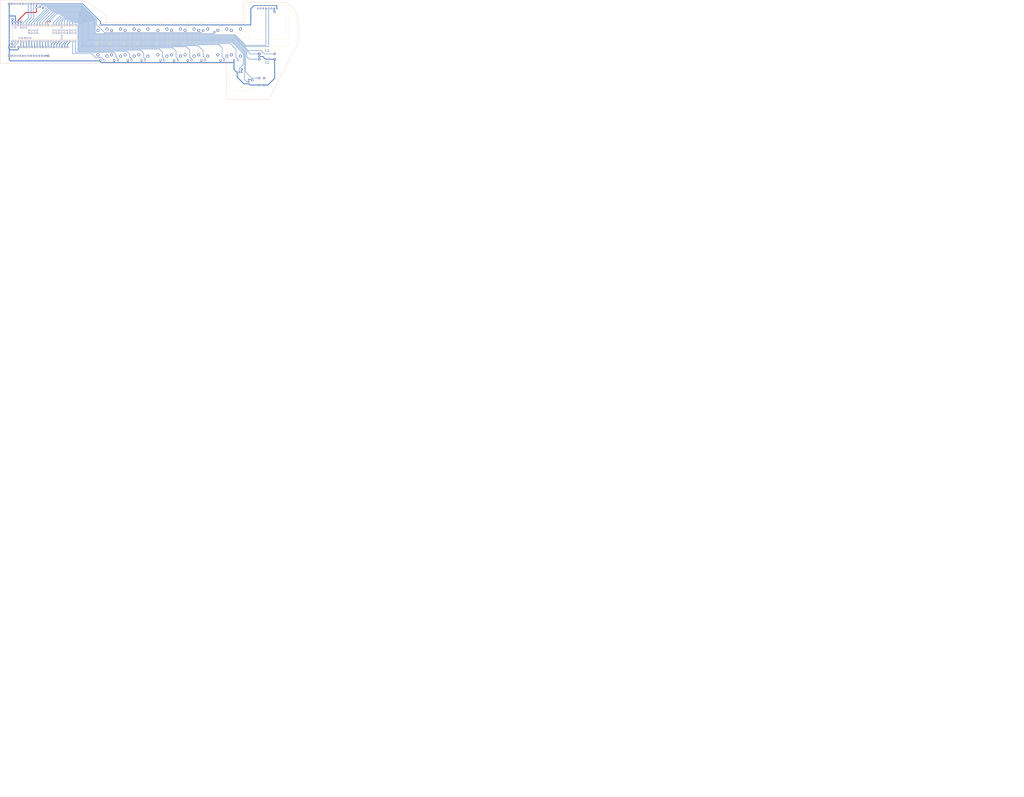
<source format=kicad_pcb>
(kicad_pcb (version 20171130) (host pcbnew "(5.0.2)-1")
  (layers (0 F.Cu signal) (31 B.Cu signal) (34 B.Paste user hide) (35 F.Paste user hide) (36 B.SilkS user) (37 F.SilkS user) (38 B.Mask user hide) (39 F.Mask user hide) (44 Edge.Cuts user hide))
  (net 0 "")
  (module joystick (layer F.Cu) (at 239.5728 93.0402)
    (fp_text reference REF** (at 0 0.5) (layer F.SilkS))
    (fp_text value joystick)
    (pad 1 thru_hole circle (at 0 -8.75) (size 1.524 1.524) (drill 0.762) (layers *.Cu *.Mask))
    (pad 2 thru_hole circle (at -2 -8.75) (size 1.524 1.524) (drill 0.762) (layers *.Cu *.Mask))
    (pad 3 thru_hole circle (at 2 -8.75) (size 1.524 1.524) (drill 0.762) (layers *.Cu *.Mask))
    (pad 4 thru_hole circle (at 8.75 0) (size 1.524 1.524) (drill 0.762) (layers *.Cu *.Mask))
    (pad 5 thru_hole circle (at 8.75 -2) (size 1.524 1.524) (drill 0.762) (layers *.Cu *.Mask))
    (pad 6 thru_hole circle (at 8.75 2) (size 1.524 1.524) (drill 0.762) (layers *.Cu *.Mask))
  )
  (module Rotary_Encoder:RotaryEncoder_Alps_EC11E-Switch_Vertical_H20mm (layer F.Cu) (at 258.1148 67.1322)
    (fp_text reference REF** (at 2.8 -4.7) (layer F.SilkS))
    (fp_text value RotaryEncoder_Alps_EC11E-Switch_Vertical_H20mm)
    (pad S1 thru_hole circle (at 14.5 5) (size 2 2) (drill 1) (layers *.Cu *.Mask))
    (pad S2 thru_hole circle (at 14.5 0) (size 2 2) (drill 1) (layers *.Cu *.Mask))
    (pad MP thru_hole rect (at 7.5 8.1) (size 3.2 2) (drill oval 2.8 1.5) (layers *.Cu *.Mask))
    (pad MP thru_hole rect (at 7.5 -3.1) (size 3.2 2) (drill oval 2.8 1.5) (layers *.Cu *.Mask))
    (pad B thru_hole circle (at 0 5) (size 2 2) (drill 1) (layers *.Cu *.Mask))
    (pad C thru_hole circle (at 0 2.5) (size 2 2) (drill 1) (layers *.Cu *.Mask))
    (pad A thru_hole rect (at 0 0) (size 2 2) (drill 1) (layers *.Cu *.Mask))
  )
  (module Connector_PinHeader_2.54mm:PinHeader_1x11_P2.54mm_Vertical (layer F.Cu) (at 24.9428 20.3962 90)
    (fp_text reference REF** (at 0 -2.33 90) (layer F.SilkS))
    (fp_text value PinHeader_1x11_P2.54mm_Vertical)
    (pad GND thru_hole rect (at 0 0 90) (size 1.7 1.7) (drill 1) (layers *.Cu *.Mask))
    (pad SW1 thru_hole oval (at 0 2.54 90) (size 1.7 1.7) (drill 1) (layers *.Cu *.Mask))
    (pad SW2 thru_hole oval (at 0 5.08 90) (size 1.7 1.7) (drill 1) (layers *.Cu *.Mask))
    (pad SW3 thru_hole oval (at 0 7.62 90) (size 1.7 1.7) (drill 1) (layers *.Cu *.Mask))
    (pad SW4 thru_hole oval (at 0 10.16 90) (size 1.7 1.7) (drill 1) (layers *.Cu *.Mask))
    (pad SW5 thru_hole oval (at 0 12.7 90) (size 1.7 1.7) (drill 1) (layers *.Cu *.Mask))
    (pad SW6 thru_hole oval (at 0 15.24 90) (size 1.7 1.7) (drill 1) (layers *.Cu *.Mask))
    (pad RS1 thru_hole oval (at 0 17.78 90) (size 1.7 1.7) (drill 1) (layers *.Cu *.Mask))
    (pad RS2 thru_hole oval (at 0 20.32 90) (size 1.7 1.7) (drill 1) (layers *.Cu *.Mask))
    (pad RS3 thru_hole oval (at 0 22.86 90) (size 1.7 1.7) (drill 1) (layers *.Cu *.Mask))
    (pad VDD thru_hole oval (at 0 25.4 90) (size 1.7 1.7) (drill 1) (layers *.Cu *.Mask))
  )
  (module Connector_PinHeader_2.54mm:PinHeader_1x14_P2.54mm_Vertical (layer F.Cu) (at 24.9428 68.9102 90)
    (fp_text reference REF** (at 0 -2.33 90) (layer F.SilkS))
    (fp_text value PinHeader_1x14_P2.54mm_Vertical)
    (pad GND thru_hole rect (at 0 0 90) (size 1.7 1.7) (drill 1) (layers *.Cu *.Mask))
    (pad P7 thru_hole oval (at 0 2.54 90) (size 1.7 1.7) (drill 1) (layers *.Cu *.Mask))
    (pad P6 thru_hole oval (at 0 5.08 90) (size 1.7 1.7) (drill 1) (layers *.Cu *.Mask))
    (pad P5 thru_hole oval (at 0 7.62 90) (size 1.7 1.7) (drill 1) (layers *.Cu *.Mask))
    (pad P4 thru_hole oval (at 0 10.16 90) (size 1.7 1.7) (drill 1) (layers *.Cu *.Mask))
    (pad P3 thru_hole oval (at 0 12.7 90) (size 1.7 1.7) (drill 1) (layers *.Cu *.Mask))
    (pad P2 thru_hole oval (at 0 15.24 90) (size 1.7 1.7) (drill 1) (layers *.Cu *.Mask))
    (pad P1 thru_hole oval (at 0 17.78 90) (size 1.7 1.7) (drill 1) (layers *.Cu *.Mask))
    (pad SW2 thru_hole oval (at 0 20.32 90) (size 1.7 1.7) (drill 1) (layers *.Cu *.Mask))
    (pad SW1 thru_hole oval (at 0 22.86 90) (size 1.7 1.7) (drill 1) (layers *.Cu *.Mask))
    (pad B thru_hole oval (at 0 25.4 90) (size 1.7 1.7) (drill 1) (layers *.Cu *.Mask))
    (pad A thru_hole oval (at 0 27.94 90) (size 1.7 1.7) (drill 1) (layers *.Cu *.Mask))
    (pad S thru_hole oval (at 0 30.48 90) (size 1.7 1.7) (drill 1) (layers *.Cu *.Mask))
    (pad VDD thru_hole oval (at 0 33.02 90) (size 1.7 1.7) (drill 1) (layers *.Cu *.Mask))
  )
  (module Connector_PinHeader_2.54mm:PinHeader_1x19_P2.54mm_Vertical (layer F.Cu) (at 33.5788 60.7822 90)
    (fp_text reference REF** (at 0 -2.33 90) (layer F.SilkS))
    (fp_text value PinHeader_1x19_P2.54mm_Vertical)
    (pad gnd thru_hole rect (at 0 0 90) (size 1.7 1.7) (drill 1) (layers *.Cu *.Mask))
    (pad B6 thru_hole oval (at 0 2.54 90) (size 1.7 1.7) (drill 1) (layers *.Cu *.Mask))
    (pad A6 thru_hole oval (at 0 5.08 90) (size 1.7 1.7) (drill 1) (layers *.Cu *.Mask))
    (pad S6 thru_hole oval (at 0 7.62 90) (size 1.7 1.7) (drill 1) (layers *.Cu *.Mask))
    (pad B5 thru_hole oval (at 0 10.16 90) (size 1.7 1.7) (drill 1) (layers *.Cu *.Mask))
    (pad A5 thru_hole oval (at 0 12.7 90) (size 1.7 1.7) (drill 1) (layers *.Cu *.Mask))
    (pad S5 thru_hole oval (at 0 15.24 90) (size 1.7 1.7) (drill 1) (layers *.Cu *.Mask))
    (pad B4 thru_hole oval (at 0 17.78 90) (size 1.7 1.7) (drill 1) (layers *.Cu *.Mask))
    (pad A4 thru_hole oval (at 0 20.32 90) (size 1.7 1.7) (drill 1) (layers *.Cu *.Mask))
    (pad S4 thru_hole oval (at 0 22.86 90) (size 1.7 1.7) (drill 1) (layers *.Cu *.Mask))
    (pad B3 thru_hole oval (at 0 25.4 90) (size 1.7 1.7) (drill 1) (layers *.Cu *.Mask))
    (pad A3 thru_hole oval (at 0 27.94 90) (size 1.7 1.7) (drill 1) (layers *.Cu *.Mask))
    (pad S3 thru_hole oval (at 0 30.48 90) (size 1.7 1.7) (drill 1) (layers *.Cu *.Mask))
    (pad B2 thru_hole oval (at 0 33.02 90) (size 1.7 1.7) (drill 1) (layers *.Cu *.Mask))
    (pad A2 thru_hole oval (at 0 35.56 90) (size 1.7 1.7) (drill 1) (layers *.Cu *.Mask))
    (pad S2 thru_hole oval (at 0 38.1 90) (size 1.7 1.7) (drill 1) (layers *.Cu *.Mask))
    (pad B1 thru_hole oval (at 0 40.64 90) (size 1.7 1.7) (drill 1) (layers *.Cu *.Mask))
    (pad A1 thru_hole oval (at 0 43.18 90) (size 1.7 1.7) (drill 1) (layers *.Cu *.Mask))
    (pad S1 thru_hole oval (at 0 45.72 90) (size 1.7 1.7) (drill 1) (layers *.Cu *.Mask))
  )
  (module display (layer F.Cu) (at 265.6078 40.7162 180)
    (fp_text reference REF** (at 0 0.5 180) (layer F.SilkS))
    (fp_text value display)
    (pad 1 thru_hole circle (at -8.89 16.002 180) (size 1.524 1.524) (drill 0.762) (layers *.Cu *.Mask))
    (pad 2 thru_hole circle (at -6.35 16.002 180) (size 1.524 1.524) (drill 0.762) (layers *.Cu *.Mask))
    (pad 3 thru_hole circle (at -3.81 16.002 180) (size 1.524 1.524) (drill 0.762) (layers *.Cu *.Mask))
    (pad 4 thru_hole circle (at -1.27 16.002 180) (size 1.524 1.524) (drill 0.762) (layers *.Cu *.Mask))
    (pad 5 thru_hole circle (at 1.27 16.002 180) (size 1.524 1.524) (drill 0.762) (layers *.Cu *.Mask))
    (pad 6 thru_hole circle (at 3.81 16.002 180) (size 1.524 1.524) (drill 0.762) (layers *.Cu *.Mask))
    (pad 7 thru_hole circle (at 6.35 16.002 180) (size 1.524 1.524) (drill 0.762) (layers *.Cu *.Mask))
    (pad 8 thru_hole circle (at 8.89 16.002 180) (size 1.524 1.524) (drill 0.762) (layers *.Cu *.Mask))
  )
  (module Potentiometer_THT:Potentiometer_Bourns_PTA2043_Single_Slide (layer F.Cu) (at 234.576817 73.097457 90)
    (fp_text reference REF** (at 16.5 -4 90) (layer F.SilkS))
    (fp_text value Potentiometer_Bourns_PTA2043_Single_Slide)
    (pad MP thru_hole circle (at 29.1 5.95 90) (size 2.7 2.7) (drill 1.7) (layers *.Cu *.Mask))
    (pad MP thru_hole circle (at 3.9 5.95 90) (size 2.7 2.7) (drill 1.7) (layers *.Cu *.Mask))
    (pad MP thru_hole circle (at 27.9 -2.45 90) (size 2.7 2.7) (drill 1.7) (layers *.Cu *.Mask))
    (pad MP thru_hole circle (at 5.1 -2.45 90) (size 2.7 2.7) (drill 1.7) (layers *.Cu *.Mask))
    (pad 3 thru_hole circle (at 33 0 90) (size 1.75 1.75) (drill 1.2) (layers *.Cu *.Mask))
    (pad 2 thru_hole circle (at 0 3.5 90) (size 1.75 1.75) (drill 1.2) (layers *.Cu *.Mask))
    (pad 1 thru_hole rect (at 0 0 90) (size 1.75 1.75) (drill 1.2) (layers *.Cu *.Mask))
  )
  (module Potentiometer_THT:Potentiometer_Bourns_PTA2043_Single_Slide (layer F.Cu) (at 191.396817 73.097457 90)
    (fp_text reference REF** (at 16.5 -4 90) (layer F.SilkS))
    (fp_text value Potentiometer_Bourns_PTA2043_Single_Slide)
    (pad MP thru_hole circle (at 29.1 5.95 90) (size 2.7 2.7) (drill 1.7) (layers *.Cu *.Mask))
    (pad MP thru_hole circle (at 3.9 5.95 90) (size 2.7 2.7) (drill 1.7) (layers *.Cu *.Mask))
    (pad MP thru_hole circle (at 27.9 -2.45 90) (size 2.7 2.7) (drill 1.7) (layers *.Cu *.Mask))
    (pad MP thru_hole circle (at 5.1 -2.45 90) (size 2.7 2.7) (drill 1.7) (layers *.Cu *.Mask))
    (pad 3 thru_hole circle (at 33 0 90) (size 1.75 1.75) (drill 1.2) (layers *.Cu *.Mask))
    (pad 2 thru_hole circle (at 0 3.5 90) (size 1.75 1.75) (drill 1.2) (layers *.Cu *.Mask))
    (pad 1 thru_hole rect (at 0 0 90) (size 1.75 1.75) (drill 1.2) (layers *.Cu *.Mask))
  )
  (module Potentiometer_THT:Potentiometer_Bourns_PTA2043_Single_Slide (layer F.Cu) (at 148.216817 73.097457 90)
    (fp_text reference REF** (at 16.5 -4 90) (layer F.SilkS))
    (fp_text value Potentiometer_Bourns_PTA2043_Single_Slide)
    (pad MP thru_hole circle (at 29.1 5.95 90) (size 2.7 2.7) (drill 1.7) (layers *.Cu *.Mask))
    (pad MP thru_hole circle (at 3.9 5.95 90) (size 2.7 2.7) (drill 1.7) (layers *.Cu *.Mask))
    (pad MP thru_hole circle (at 27.9 -2.45 90) (size 2.7 2.7) (drill 1.7) (layers *.Cu *.Mask))
    (pad MP thru_hole circle (at 5.1 -2.45 90) (size 2.7 2.7) (drill 1.7) (layers *.Cu *.Mask))
    (pad 3 thru_hole circle (at 33 0 90) (size 1.75 1.75) (drill 1.2) (layers *.Cu *.Mask))
    (pad 2 thru_hole circle (at 0 3.5 90) (size 1.75 1.75) (drill 1.2) (layers *.Cu *.Mask))
    (pad 1 thru_hole rect (at 0 0 90) (size 1.75 1.75) (drill 1.2) (layers *.Cu *.Mask))
  )
  (module Button_Switch_THT:SW_PUSH_6mm (layer F.Cu) (at 258.1783 96.2152 90)
    (fp_text reference REF** (at 3.25 -2 90) (layer F.SilkS))
    (fp_text value SW_PUSH_6mm)
    (pad 1 thru_hole circle (at 6.5 0 180) (size 2 2) (drill 1.1) (layers *.Cu *.Mask))
    (pad 2 thru_hole circle (at 6.5 4.5 180) (size 2 2) (drill 1.1) (layers *.Cu *.Mask))
    (pad 1 thru_hole circle (at 0 0 180) (size 2 2) (drill 1.1) (layers *.Cu *.Mask))
    (pad 2 thru_hole circle (at 0 4.5 180) (size 2 2) (drill 1.1) (layers *.Cu *.Mask))
  )
  (module Potentiometer_THT:Potentiometer_Bourns_PTA2043_Single_Slide (layer F.Cu) (at 221.876817 73.097457 90)
    (fp_text reference REF** (at 16.5 -4 90) (layer F.SilkS))
    (fp_text value Potentiometer_Bourns_PTA2043_Single_Slide)
    (pad MP thru_hole circle (at 29.1 5.95 90) (size 2.7 2.7) (drill 1.7) (layers *.Cu *.Mask))
    (pad MP thru_hole circle (at 3.9 5.95 90) (size 2.7 2.7) (drill 1.7) (layers *.Cu *.Mask))
    (pad MP thru_hole circle (at 27.9 -2.45 90) (size 2.7 2.7) (drill 1.7) (layers *.Cu *.Mask))
    (pad MP thru_hole circle (at 5.1 -2.45 90) (size 2.7 2.7) (drill 1.7) (layers *.Cu *.Mask))
    (pad 3 thru_hole circle (at 33 0 90) (size 1.75 1.75) (drill 1.2) (layers *.Cu *.Mask))
    (pad 2 thru_hole circle (at 0 3.5 90) (size 1.75 1.75) (drill 1.2) (layers *.Cu *.Mask))
    (pad 1 thru_hole rect (at 0 0 90) (size 1.75 1.75) (drill 1.2) (layers *.Cu *.Mask))
  )
  (module Teensy35_36 (layer F.Cu) (at 57.3278 47.7012)
    (fp_text reference REF** (at 0 -10.16) (layer F.SilkS))
    (fp_text value Teensy3.5/3.6)
    (pad GND thru_hole circle (at -12.7 4.62) (size 1.6 1.6) (drill 1.1) (layers *.Cu *.Mask))
    (pad GND thru_hole circle (at -15.24 4.62) (size 1.6 1.6) (drill 1.1) (layers *.Cu *.Mask))
    (pad a25 thru_hole circle (at -17.78 4.62) (size 1.6 1.6) (drill 1.1) (layers *.Cu *.Mask))
    (pad a26 thru_hole circle (at -20.32 4.62) (size 1.6 1.6) (drill 1.1) (layers *.Cu *.Mask))
    (pad " " thru_hole circle (at -22.86 4.62) (size 1.6 1.6) (drill 1.1) (layers *.Cu *.Mask))
    (pad d57 thru_hole circle (at -13.97 -2.54) (size 1.6 1.6) (drill 1.1) (layers *.Cu *.Mask))
    (pad d56 thru_hole circle (at -11.43 -2.54) (size 1.6 1.6) (drill 1.1) (layers *.Cu *.Mask))
    (pad d55 thru_hole circle (at -8.89 -2.54) (size 1.6 1.6) (drill 1.1) (layers *.Cu *.Mask))
    (pad d54 thru_hole circle (at -6.35 -2.54) (size 1.6 1.6) (drill 1.1) (layers *.Cu *.Mask))
    (pad 82 thru_hole circle (at 8.89 -2.54) (size 1.6 1.6) (drill 1.1) (layers *.Cu *.Mask))
    (pad 81 thru_hole circle (at 11.43 -2.54) (size 1.6 1.6) (drill 1.1) (layers *.Cu *.Mask))
    (pad 80 thru_hole circle (at 13.97 -2.54) (size 1.6 1.6) (drill 1.1) (layers *.Cu *.Mask))
    (pad a23 thru_hole circle (at 19.05 -2.54) (size 1.6 1.6) (drill 1.1) (layers *.Cu *.Mask))
    (pad a23 thru_hole circle (at 21.59 -2.54) (size 1.6 1.6) (drill 1.1) (layers *.Cu *.Mask))
    (pad 77 thru_hole circle (at 24.13 -2.54) (size 1.6 1.6) (drill 1.1) (layers *.Cu *.Mask))
    (pad 76 thru_hole circle (at 26.67 -2.54) (size 1.6 1.6) (drill 1.1) (layers *.Cu *.Mask))
    (pad 3.3 thru_hole circle (at 29.21 -2.54) (size 1.6 1.6) (drill 1.1) (layers *.Cu *.Mask))
    (pad GND thru_hole circle (at 29.21 0) (size 1.6 1.6) (drill 1.1) (layers *.Cu *.Mask))
    (pad 73 thru_hole circle (at 26.67 0) (size 1.6 1.6) (drill 1.1) (layers *.Cu *.Mask))
    (pad 72 thru_hole circle (at 24.13 0) (size 1.6 1.6) (drill 1.1) (layers *.Cu *.Mask))
    (pad 71 thru_hole circle (at 21.59 0) (size 1.6 1.6) (drill 1.1) (layers *.Cu *.Mask))
    (pad 70 thru_hole circle (at 19.05 0) (size 1.6 1.6) (drill 1.1) (layers *.Cu *.Mask))
    (pad 69 thru_hole circle (at 13.97 0) (size 1.6 1.6) (drill 1.1) (layers *.Cu *.Mask))
    (pad 68 thru_hole circle (at 11.43 0) (size 1.6 1.6) (drill 1.1) (layers *.Cu *.Mask))
    (pad 67 thru_hole circle (at 8.89 0) (size 1.6 1.6) (drill 1.1) (layers *.Cu *.Mask))
    (pad " " thru_hole circle (at -6.35 0) (size 1.6 1.6) (drill 1.1) (layers *.Cu *.Mask))
    (pad " " thru_hole circle (at -8.89 0) (size 1.6 1.6) (drill 1.1) (layers *.Cu *.Mask))
    (pad " " thru_hole circle (at -11.43 0) (size 1.6 1.6) (drill 1.1) (layers *.Cu *.Mask))
    (pad " " thru_hole circle (at -13.97 0) (size 1.6 1.6) (drill 1.1) (layers *.Cu *.Mask))
    (pad a11 thru_hole circle (at -16.51 -5.08) (size 1.6 1.6) (drill 1.1) (layers *.Cu *.Mask))
    (pad a10 thru_hole circle (at -19.05 -5.08) (size 1.6 1.6) (drill 1.1) (layers *.Cu *.Mask))
    (pad aref thru_hole circle (at -21.59 -5.08) (size 1.6 1.6) (drill 1.1) (layers *.Cu *.Mask))
    (pad VUSB thru_hole circle (at -26.67 -5.08) (size 1.6 1.6) (drill 1.1) (layers *.Cu *.Mask))
    (pad VIN thru_hole circle (at -29.21 -7.62) (size 1.6 1.6) (drill 1.1) (layers *.Cu *.Mask))
    (pad AGND thru_hole circle (at -26.67 -7.62) (size 1.6 1.6) (drill 1.1) (layers *.Cu *.Mask))
    (pad 3.3 thru_hole circle (at -24.13 -7.62) (size 1.6 1.6) (drill 1.1) (layers *.Cu *.Mask))
    (pad 50 thru_hole circle (at -21.59 -7.62) (size 1.6 1.6) (drill 1.1) (layers *.Cu *.Mask))
    (pad 49 thru_hole circle (at -19.05 -7.62) (size 1.6 1.6) (drill 1.1) (layers *.Cu *.Mask))
    (pad 48 thru_hole circle (at -16.51 -7.62) (size 1.6 1.6) (drill 1.1) (layers *.Cu *.Mask))
    (pad 47 thru_hole circle (at -13.97 -7.62) (size 1.6 1.6) (drill 1.1) (layers *.Cu *.Mask))
    (pad SCL thru_hole circle (at -11.43 -7.62) (size 1.6 1.6) (drill 1.1) (layers *.Cu *.Mask))
    (pad SDA thru_hole circle (at -8.89 -7.62) (size 1.6 1.6) (drill 1.1) (layers *.Cu *.Mask))
    (pad 44 thru_hole circle (at -6.35 -7.62) (size 1.6 1.6) (drill 1.1) (layers *.Cu *.Mask))
    (pad 43 thru_hole circle (at -3.81 -7.62) (size 1.6 1.6) (drill 1.1) (layers *.Cu *.Mask))
    (pad 42 thru_hole circle (at -1.27 -7.62) (size 1.6 1.6) (drill 1.1) (layers *.Cu *.Mask))
    (pad J2 thru_hole circle (at 1.27 -7.62) (size 1.6 1.6) (drill 1.1) (layers *.Cu *.Mask))
    (pad SW1 thru_hole circle (at 3.81 -7.62) (size 1.6 1.6) (drill 1.1) (layers *.Cu *.Mask))
    (pad GND thru_hole circle (at 6.35 -7.62) (size 1.6 1.6) (drill 1.1) (layers *.Cu *.Mask F.SilkS))
    (pad J1 thru_hole circle (at 8.89 -7.62) (size 1.6 1.6) (drill 1.1) (layers *.Cu *.Mask))
    (pad GND thru_hole rect (at -29.21 7.62) (size 1.6 1.6) (drill 1.1) (layers *.Cu *.Mask))
    (pad RX thru_hole circle (at -26.67 7.62) (size 1.6 1.6) (drill 1.1) (layers *.Cu *.Mask))
    (pad TX thru_hole circle (at -24.13 7.62) (size 1.6 1.6) (drill 1.1) (layers *.Cu *.Mask))
    (pad 4 thru_hole circle (at -21.59 7.62) (size 1.6 1.6) (drill 1.1) (layers *.Cu *.Mask))
    (pad 5 thru_hole circle (at -19.05 7.62) (size 1.6 1.6) (drill 1.1) (layers *.Cu *.Mask))
    (pad 6 thru_hole circle (at -16.51 7.62) (size 1.6 1.6) (drill 1.1) (layers *.Cu *.Mask))
    (pad 7 thru_hole circle (at -13.97 7.62) (size 1.6 1.6) (drill 1.1) (layers *.Cu *.Mask))
    (pad 8 thru_hole circle (at -11.43 7.62) (size 1.6 1.6) (drill 1.1) (layers *.Cu *.Mask))
    (pad 9 thru_hole circle (at -8.89 7.62) (size 1.6 1.6) (drill 1.1) (layers *.Cu *.Mask))
    (pad 10 thru_hole circle (at -6.35 7.62) (size 1.6 1.6) (drill 1.1) (layers *.Cu *.Mask))
    (pad 11 thru_hole circle (at -3.81 7.62) (size 1.6 1.6) (drill 1.1) (layers *.Cu *.Mask))
    (pad 12 thru_hole circle (at -1.27 7.62) (size 1.6 1.6) (drill 1.1) (layers *.Cu *.Mask))
    (pad 13 thru_hole circle (at 1.27 7.62) (size 1.6 1.6) (drill 1.1) (layers *.Cu *.Mask))
    (pad F10 thru_hole circle (at 11.43 -7.62) (size 1.6 1.6) (drill 1.1) (layers *.Cu *.Mask))
    (pad F9 thru_hole circle (at 13.97 -7.62) (size 1.6 1.6) (drill 1.1) (layers *.Cu *.Mask))
    (pad F8 thru_hole circle (at 16.51 -7.62) (size 1.6 1.6) (drill 1.1) (layers *.Cu *.Mask))
    (pad F7 thru_hole circle (at 19.05 -7.62) (size 1.6 1.6) (drill 1.1) (layers *.Cu *.Mask))
    (pad F6 thru_hole circle (at 21.59 -7.62) (size 1.6 1.6) (drill 1.1) (layers *.Cu *.Mask))
    (pad F5 thru_hole circle (at 24.13 -7.62) (size 1.6 1.6) (drill 1.1) (layers *.Cu *.Mask))
    (pad F4 thru_hole circle (at 26.67 -7.62) (size 1.6 1.6) (drill 1.1) (layers *.Cu *.Mask))
    (pad F3 thru_hole circle (at 29.21 -7.62) (size 1.6 1.6) (drill 1.1) (layers *.Cu *.Mask))
    (pad r thru_hole circle (at 16.51 -5.08) (size 1.6 1.6) (drill 1.1) (layers *.Cu *.Mask))
    (pad p thru_hole circle (at 16.51 -2.54) (size 1.6 1.6) (drill 1.1) (layers *.Cu *.Mask))
    (pad GND thru_hole circle (at 16.51 0) (size 1.6 1.6) (drill 1.1) (layers *.Cu *.Mask))
    (pad 3.3 thru_hole circle (at 16.51 2.54) (size 1.6 1.6) (drill 1.1) (layers *.Cu *.Mask))
    (pad VBAT thru_hole circle (at 16.51 5.08) (size 1.6 1.6) (drill 1.1) (layers *.Cu *.Mask))
    (pad F2 thru_hole circle (at 29.21 7.62) (size 1.6 1.6) (drill 1.1) (layers *.Cu *.Mask))
    (pad F1 thru_hole circle (at 26.67 7.62) (size 1.6 1.6) (drill 1.1) (layers *.Cu *.Mask))
    (pad 22 thru_hole circle (at 24.13 7.62) (size 1.6 1.6) (drill 1.1) (layers *.Cu *.Mask))
    (pad 21 thru_hole circle (at 21.59 7.62) (size 1.6 1.6) (drill 1.1) (layers *.Cu *.Mask))
    (pad 14 thru_hole circle (at 3.81 7.62) (size 1.6 1.6) (drill 1.1) (layers *.Cu *.Mask))
    (pad 3.3 thru_hole circle (at 6.35 7.62) (size 1.6 1.6) (drill 1.1) (layers *.Cu *.Mask))
    (pad 16 thru_hole circle (at 8.89 7.62) (size 1.6 1.6) (drill 1.1) (layers *.Cu *.Mask))
    (pad 20 thru_hole circle (at 19.05 7.62) (size 1.6 1.6) (drill 1.1) (layers *.Cu *.Mask))
    (pad 19 thru_hole circle (at 16.51 7.62) (size 1.6 1.6) (drill 1.1) (layers *.Cu *.Mask))
    (pad 18 thru_hole circle (at 13.97 7.62) (size 1.6 1.6) (drill 1.1) (layers *.Cu *.Mask))
    (pad 17 thru_hole circle (at 11.43 7.62) (size 1.6 1.6) (drill 1.1) (layers *.Cu *.Mask))
  )
  (module Potentiometer_THT:Potentiometer_Bourns_PTA2043_Single_Slide (layer F.Cu) (at 178.696817 73.097457 90)
    (fp_text reference REF** (at 16.5 -4 90) (layer F.SilkS))
    (fp_text value Potentiometer_Bourns_PTA2043_Single_Slide)
    (pad MP thru_hole circle (at 29.1 5.95 90) (size 2.7 2.7) (drill 1.7) (layers *.Cu *.Mask))
    (pad MP thru_hole circle (at 3.9 5.95 90) (size 2.7 2.7) (drill 1.7) (layers *.Cu *.Mask))
    (pad MP thru_hole circle (at 27.9 -2.45 90) (size 2.7 2.7) (drill 1.7) (layers *.Cu *.Mask))
    (pad MP thru_hole circle (at 5.1 -2.45 90) (size 2.7 2.7) (drill 1.7) (layers *.Cu *.Mask))
    (pad 3 thru_hole circle (at 33 0 90) (size 1.75 1.75) (drill 1.2) (layers *.Cu *.Mask))
    (pad 2 thru_hole circle (at 0 3.5 90) (size 1.75 1.75) (drill 1.2) (layers *.Cu *.Mask))
    (pad 1 thru_hole rect (at 0 0 90) (size 1.75 1.75) (drill 1.2) (layers *.Cu *.Mask))
  )
  (module Potentiometer_THT:Potentiometer_Bourns_PTA2043_Single_Slide (layer F.Cu) (at 204.096817 73.097457 90)
    (fp_text reference REF** (at 16.5 -4 90) (layer F.SilkS))
    (fp_text value Potentiometer_Bourns_PTA2043_Single_Slide)
    (pad 1 thru_hole rect (at 0 0 90) (size 1.75 1.75) (drill 1.2) (layers *.Cu *.Mask))
    (pad 2 thru_hole circle (at 0 3.5 90) (size 1.75 1.75) (drill 1.2) (layers *.Cu *.Mask))
    (pad 3 thru_hole circle (at 33 0 90) (size 1.75 1.75) (drill 1.2) (layers *.Cu *.Mask))
    (pad MP thru_hole circle (at 5.1 -2.45 90) (size 2.7 2.7) (drill 1.7) (layers *.Cu *.Mask))
    (pad MP thru_hole circle (at 27.9 -2.45 90) (size 2.7 2.7) (drill 1.7) (layers *.Cu *.Mask))
    (pad MP thru_hole circle (at 3.9 5.95 90) (size 2.7 2.7) (drill 1.7) (layers *.Cu *.Mask))
    (pad MP thru_hole circle (at 29.1 5.95 90) (size 2.7 2.7) (drill 1.7) (layers *.Cu *.Mask))
  )
  (module Potentiometer_THT:Potentiometer_Bourns_PTA2043_Single_Slide (layer F.Cu) (at 165.996817 73.097457 90)
    (fp_text reference REF** (at 16.5 -4 90) (layer F.SilkS))
    (fp_text value Potentiometer_Bourns_PTA2043_Single_Slide)
    (pad 1 thru_hole rect (at 0 0 90) (size 1.75 1.75) (drill 1.2) (layers *.Cu *.Mask))
    (pad 2 thru_hole circle (at 0 3.5 90) (size 1.75 1.75) (drill 1.2) (layers *.Cu *.Mask))
    (pad 3 thru_hole circle (at 33 0 90) (size 1.75 1.75) (drill 1.2) (layers *.Cu *.Mask))
    (pad MP thru_hole circle (at 5.1 -2.45 90) (size 2.7 2.7) (drill 1.7) (layers *.Cu *.Mask))
    (pad MP thru_hole circle (at 27.9 -2.45 90) (size 2.7 2.7) (drill 1.7) (layers *.Cu *.Mask))
    (pad MP thru_hole circle (at 3.9 5.95 90) (size 2.7 2.7) (drill 1.7) (layers *.Cu *.Mask))
    (pad MP thru_hole circle (at 29.1 5.95 90) (size 2.7 2.7) (drill 1.7) (layers *.Cu *.Mask))
  )
  (module Potentiometer_THT:Potentiometer_Bourns_PTA2043_Single_Slide (layer F.Cu) (at 135.516817 73.097457 90)
    (fp_text reference REF** (at 16.5 -4 90) (layer F.SilkS))
    (fp_text value Potentiometer_Bourns_PTA2043_Single_Slide)
    (pad 1 thru_hole rect (at 0 0 90) (size 1.75 1.75) (drill 1.2) (layers *.Cu *.Mask))
    (pad 2 thru_hole circle (at 0 3.5 90) (size 1.75 1.75) (drill 1.2) (layers *.Cu *.Mask))
    (pad 3 thru_hole circle (at 33 0 90) (size 1.75 1.75) (drill 1.2) (layers *.Cu *.Mask))
    (pad MP thru_hole circle (at 5.1 -2.45 90) (size 2.7 2.7) (drill 1.7) (layers *.Cu *.Mask))
    (pad MP thru_hole circle (at 27.9 -2.45 90) (size 2.7 2.7) (drill 1.7) (layers *.Cu *.Mask))
    (pad MP thru_hole circle (at 3.9 5.95 90) (size 2.7 2.7) (drill 1.7) (layers *.Cu *.Mask))
    (pad MP thru_hole circle (at 29.1 5.95 90) (size 2.7 2.7) (drill 1.7) (layers *.Cu *.Mask))
  )
  (module Potentiometer_THT:Potentiometer_Bourns_PTA2043_Single_Slide (layer F.Cu) (at 122.816817 73.097457 90)
    (fp_text reference REF** (at 16.5 -4 90) (layer F.SilkS))
    (fp_text value Potentiometer_Bourns_PTA2043_Single_Slide)
    (pad 1 thru_hole rect (at 0 0 90) (size 1.75 1.75) (drill 1.2) (layers *.Cu *.Mask))
    (pad 2 thru_hole circle (at 0 3.5 90) (size 1.75 1.75) (drill 1.2) (layers *.Cu *.Mask))
    (pad 3 thru_hole circle (at 33 0 90) (size 1.75 1.75) (drill 1.2) (layers *.Cu *.Mask))
    (pad MP thru_hole circle (at 5.1 -2.45 90) (size 2.7 2.7) (drill 1.7) (layers *.Cu *.Mask))
    (pad MP thru_hole circle (at 27.9 -2.45 90) (size 2.7 2.7) (drill 1.7) (layers *.Cu *.Mask))
    (pad MP thru_hole circle (at 3.9 5.95 90) (size 2.7 2.7) (drill 1.7) (layers *.Cu *.Mask))
    (pad MP thru_hole circle (at 29.1 5.95 90) (size 2.7 2.7) (drill 1.7) (layers *.Cu *.Mask))
  )
  (module Potentiometer_THT:Potentiometer_Bourns_PTA2043_Single_Slide (layer F.Cu) (at 110.116817 73.097457 90)
    (fp_text reference REF** (at 16.5 -4 90) (layer F.SilkS))
    (fp_text value Potentiometer_Bourns_PTA2043_Single_Slide)
    (pad MP thru_hole circle (at 29.1 5.95 90) (size 2.7 2.7) (drill 1.7) (layers *.Cu *.Mask))
    (pad MP thru_hole circle (at 3.9 5.95 90) (size 2.7 2.7) (drill 1.7) (layers *.Cu *.Mask))
    (pad MP thru_hole circle (at 27.9 -2.45 90) (size 2.7 2.7) (drill 1.7) (layers *.Cu *.Mask))
    (pad MP thru_hole circle (at 5.1 -2.45 90) (size 2.7 2.7) (drill 1.7) (layers *.Cu *.Mask))
    (pad 3 thru_hole circle (at 33 0 90) (size 1.75 1.75) (drill 1.2) (layers *.Cu *.Mask))
    (pad 2 thru_hole circle (at 0 3.5 90) (size 1.75 1.75) (drill 1.2) (layers *.Cu *.Mask))
    (pad 1 thru_hole rect (at 0 0 90) (size 1.75 1.75) (drill 1.2) (layers *.Cu *.Mask))
  )
  (module Connector_PinHeader_2.54mm:PinHeader_1x03_P2.54mm_Vertical (layer F.Cu) (at 24.9428 60.7822 90)
    (fp_text reference REF** (at 0 -2.33 90) (layer F.SilkS))
    (fp_text value PinHeader_1x03_P2.54mm_Vertical)
    (pad 3 thru_hole oval (at 0 5.08 90) (size 1.7 1.7) (drill 1) (layers *.Cu *.Mask))
    (pad 2 thru_hole oval (at 0 2.54 90) (size 1.7 1.7) (drill 1) (layers *.Cu *.Mask))
    (pad 1 thru_hole rect (at 0 0 90) (size 1.7 1.7) (drill 1) (layers *.Cu *.Mask))
  )
  (gr_line (start 243.205 37.846) (end 243.205 19.05) (layer B.SilkS) (width 0.2))
  (gr_line (start 21.2628 75.9662) (end 222.2628 75.9662) (layer B.SilkS) (width 0.2))
  (gr_line (start 294.3098 56.7182) (end 291.6428 62.3062) (layer B.SilkS) (width 0.2))
  (gr_line (start 294.3098 34.6202) (end 294.3098 56.7182) (layer B.SilkS) (width 0.2))
  (gr_line (start 289.2298 22.9362) (end 294.3098 34.6202) (layer B.SilkS) (width 0.2))
  (gr_line (start 28.2448 41.4782) (end 27.9908 41.4782) (layer B.SilkS) (width 0.2))
  (gr_line (start 27.9908 53.9242) (end 27.9908 41.4782) (layer B.SilkS) (width 0.2))
  (gr_line (start 87.9348 53.9242) (end 27.9908 53.9242) (layer B.SilkS) (width 0.2))
  (gr_line (start 87.9348 41.4782) (end 87.9348 53.9242) (layer B.SilkS) (width 0.2))
  (gr_line (start 28.2448 41.4782) (end 87.9348 41.4782) (layer B.SilkS) (width 0.2))
  (gr_line (start 227.6348 109.5502) (end 227.6348 109.0422) (layer B.SilkS) (width 0.2))
  (gr_line (start 233.2228 109.5502) (end 227.6348 109.5502) (layer B.SilkS) (width 0.2))
  (gr_line (start 16.4465 75.8825) (end 23.2628 75.9662) (layer B.SilkS) (width 0.2))
  (gr_line (start 16.4084 16.9662) (end 16.4084 75.9662) (layer B.SilkS) (width 0.2))
  (gr_line (start 94.2628 16.9662) (end 16.4465 16.9545) (layer B.SilkS) (width 0.2))
  (gr_line (start 115.2628 30.9662) (end 94.2628 16.9662) (layer B.SilkS) (width 0.2))
  (gr_line (start 115.2628 37.9662) (end 115.2628 30.9662) (layer B.SilkS) (width 0.2))
  (gr_line (start 199.2628 37.9662) (end 115.2628 37.9662) (layer B.SilkS) (width 0.2))
  (gr_line (start 243.205 37.846) (end 199.2628 37.9662) (layer B.SilkS) (width 0.2))
  (gr_line (start 283.2628 18.9662) (end 243.2628 18.9662) (layer B.SilkS) (width 0.2))
  (gr_line (start 289.2628 22.9662) (end 283.2628 18.9662) (layer B.SilkS) (width 0.2))
  (gr_line (start 271.3228 100.9142) (end 291.6428 62.3062) (layer B.SilkS) (width 0.2))
  (gr_line (start 268.2628 108.9662) (end 271.3228 100.9142) (layer B.SilkS) (width 0.2))
  (gr_line (start 233.2228 109.5502) (end 268.2228 109.5502) (layer B.SilkS) (width 0.2))
  (gr_line (start 227.6348 76.0222) (end 227.6348 109.0222) (layer B.SilkS) (width 0.2))
  (gr_line (start 222.2628 75.9662) (end 233.2628 75.9662) (layer B.SilkS) (width 0.2))
  (segment (start 109.48556 72.4662) (end 110.116817 73.097457) (width 0.6) (layer F.Cu) (net 0))
  (segment (start 110.116817 74.772457) (end 110.60456 75.2602) (width 0.8) (layer B.Cu) (net 0))
  (segment (start 110.116817 73.097457) (end 110.116817 74.772457) (width 0.8) (layer B.Cu) (net 0))
  (segment (start 110.60456 75.2602) (end 122.3518 75.2602) (width 0.8) (layer B.Cu) (net 0))
  (segment (start 122.816817 74.795183) (end 122.816817 73.097457) (width 0.8) (layer B.Cu) (net 0))
  (segment (start 122.3518 75.2602) (end 122.816817 74.795183) (width 0.8) (layer B.Cu) (net 0))
  (segment (start 135.516817 74.772457) (end 135.516817 73.097457) (width 0.8) (layer B.Cu) (net 0))
  (segment (start 135.029074 75.2602) (end 135.516817 74.772457) (width 0.8) (layer B.Cu) (net 0))
  (segment (start 123.30456 75.2602) (end 135.029074 75.2602) (width 0.8) (layer B.Cu) (net 0))
  (segment (start 122.816817 74.772457) (end 123.30456 75.2602) (width 0.8) (layer B.Cu) (net 0))
  (segment (start 122.816817 73.097457) (end 122.816817 74.772457) (width 0.8) (layer B.Cu) (net 0))
  (segment (start 135.516817 74.772457) (end 136.00456 75.2602) (width 0.8) (layer B.Cu) (net 0))
  (segment (start 136.00456 75.2602) (end 147.7518 75.2602) (width 0.8) (layer B.Cu) (net 0))
  (segment (start 148.216817 74.795183) (end 148.216817 73.097457) (width 0.8) (layer B.Cu) (net 0))
  (segment (start 147.7518 75.2602) (end 148.216817 74.795183) (width 0.8) (layer B.Cu) (net 0))
  (segment (start 148.216817 74.772457) (end 148.70456 75.2602) (width 0.8) (layer B.Cu) (net 0))
  (segment (start 148.216817 73.097457) (end 148.216817 74.772457) (width 0.8) (layer B.Cu) (net 0))
  (segment (start 148.70456 75.2602) (end 165.5318 75.2602) (width 0.8) (layer B.Cu) (net 0))
  (segment (start 165.996817 74.795183) (end 165.996817 73.097457) (width 0.8) (layer B.Cu) (net 0))
  (segment (start 165.5318 75.2602) (end 165.996817 74.795183) (width 0.8) (layer B.Cu) (net 0))
  (segment (start 178.696817 74.772457) (end 178.696817 73.097457) (width 0.8) (layer B.Cu) (net 0))
  (segment (start 178.209074 75.2602) (end 178.696817 74.772457) (width 0.8) (layer B.Cu) (net 0))
  (segment (start 166.48456 75.2602) (end 178.209074 75.2602) (width 0.8) (layer B.Cu) (net 0))
  (segment (start 165.996817 74.772457) (end 166.48456 75.2602) (width 0.8) (layer B.Cu) (net 0))
  (segment (start 165.996817 73.097457) (end 165.996817 74.772457) (width 0.8) (layer B.Cu) (net 0))
  (segment (start 191.396817 74.772457) (end 191.396817 73.097457) (width 0.8) (layer B.Cu) (net 0))
  (segment (start 190.909074 75.2602) (end 191.396817 74.772457) (width 0.8) (layer B.Cu) (net 0))
  (segment (start 179.18456 75.2602) (end 190.909074 75.2602) (width 0.8) (layer B.Cu) (net 0))
  (segment (start 178.696817 74.772457) (end 179.18456 75.2602) (width 0.8) (layer B.Cu) (net 0))
  (segment (start 204.096817 74.772457) (end 204.096817 73.097457) (width 0.8) (layer B.Cu) (net 0))
  (segment (start 203.609074 75.2602) (end 204.096817 74.772457) (width 0.8) (layer B.Cu) (net 0))
  (segment (start 191.88456 75.2602) (end 203.609074 75.2602) (width 0.8) (layer B.Cu) (net 0))
  (segment (start 191.396817 74.772457) (end 191.88456 75.2602) (width 0.8) (layer B.Cu) (net 0))
  (segment (start 204.096817 74.772457) (end 204.58456 75.2602) (width 0.8) (layer B.Cu) (net 0))
  (segment (start 204.58456 75.2602) (end 221.4118 75.2602) (width 0.8) (layer B.Cu) (net 0))
  (segment (start 221.876817 74.795183) (end 221.876817 73.097457) (width 0.8) (layer B.Cu) (net 0))
  (segment (start 221.4118 75.2602) (end 221.876817 74.795183) (width 0.8) (layer B.Cu) (net 0))
  (segment (start 221.876817 74.772457) (end 222.36456 75.2602) (width 0.8) (layer B.Cu) (net 0))
  (segment (start 221.876817 73.097457) (end 221.876817 74.772457) (width 0.8) (layer B.Cu) (net 0))
  (segment (start 222.36456 75.2602) (end 234.1118 75.2602) (width 0.8) (layer B.Cu) (net 0))
  (segment (start 234.576817 74.795183) (end 234.576817 73.097457) (width 0.8) (layer B.Cu) (net 0))
  (segment (start 234.1118 75.2602) (end 234.576817 74.795183) (width 0.8) (layer B.Cu) (net 0))
  (segment (start 111.354253 40.097457) (end 122.816817 40.097457) (width 0.8) (layer B.Cu) (net 0))
  (segment (start 110.116817 40.097457) (end 111.354253 40.097457) (width 0.8) (layer B.Cu) (net 0))
  (segment (start 124.054253 40.097457) (end 135.516817 40.097457) (width 0.8) (layer B.Cu) (net 0))
  (segment (start 122.816817 40.097457) (end 124.054253 40.097457) (width 0.8) (layer B.Cu) (net 0))
  (segment (start 136.754253 40.097457) (end 148.216817 40.097457) (width 0.8) (layer B.Cu) (net 0))
  (segment (start 135.516817 40.097457) (end 136.754253 40.097457) (width 0.8) (layer B.Cu) (net 0))
  (segment (start 149.454253 40.097457) (end 165.996817 40.097457) (width 0.8) (layer B.Cu) (net 0))
  (segment (start 148.216817 40.097457) (end 149.454253 40.097457) (width 0.8) (layer B.Cu) (net 0))
  (segment (start 167.234253 40.097457) (end 178.696817 40.097457) (width 0.8) (layer B.Cu) (net 0))
  (segment (start 165.996817 40.097457) (end 167.234253 40.097457) (width 0.8) (layer B.Cu) (net 0))
  (segment (start 179.934253 40.097457) (end 191.396817 40.097457) (width 0.8) (layer B.Cu) (net 0))
  (segment (start 178.696817 40.097457) (end 179.934253 40.097457) (width 0.8) (layer B.Cu) (net 0))
  (segment (start 192.634253 40.097457) (end 204.096817 40.097457) (width 0.8) (layer B.Cu) (net 0))
  (segment (start 191.396817 40.097457) (end 192.634253 40.097457) (width 0.8) (layer B.Cu) (net 0))
  (segment (start 223.114253 40.097457) (end 234.576817 40.097457) (width 0.8) (layer B.Cu) (net 0))
  (segment (start 221.876817 40.097457) (end 223.114253 40.097457) (width 0.8) (layer B.Cu) (net 0))
  (segment (start 113.616817 73.097457) (end 111.08056 70.5612) (width 0.4) (layer B.Cu) (net 0))
  (segment (start 88.4428 40.0812) (end 86.5378 40.0812) (width 0.4) (layer B.Cu) (net 0))
  (segment (start 89.0778 40.7162) (end 88.4428 40.0812) (width 0.4) (layer B.Cu) (net 0))
  (segment (start 89.0778 64.2112) (end 89.0778 40.7162) (width 0.4) (layer B.Cu) (net 0))
  (segment (start 139.016817 71.860021) (end 137.3378 70.181004) (width 0.4) (layer B.Cu) (net 0))
  (segment (start 139.016817 73.097457) (end 139.016817 71.860021) (width 0.4) (layer B.Cu) (net 0))
  (segment (start 137.3378 70.181004) (end 137.3378 67.3862) (width 0.4) (layer B.Cu) (net 0))
  (segment (start 137.3378 67.3862) (end 134.5438 64.5922) (width 0.4) (layer B.Cu) (net 0))
  (segment (start 134.5438 64.5922) (end 89.4588 64.5922) (width 0.4) (layer B.Cu) (net 0))
  (segment (start 89.4588 64.5922) (end 89.0778 64.2112) (width 0.4) (layer B.Cu) (net 0))
  (segment (start 83.9978 38.0492) (end 83.9978 40.0812) (width 0.4) (layer B.Cu) (net 0))
  (segment (start 83.8708 37.9222) (end 83.9978 38.0492) (width 0.4) (layer B.Cu) (net 0))
  (segment (start 88.6968 37.9222) (end 83.8708 37.9222) (width 0.4) (layer B.Cu) (net 0))
  (segment (start 89.9668 39.1922) (end 88.6968 37.9222) (width 0.4) (layer B.Cu) (net 0))
  (segment (start 151.716817 71.860021) (end 150.2918 70.435004) (width 0.4) (layer B.Cu) (net 0))
  (segment (start 150.2918 70.435004) (end 150.2918 66.3702) (width 0.4) (layer B.Cu) (net 0))
  (segment (start 150.2918 66.3702) (end 147.4978 63.5762) (width 0.4) (layer B.Cu) (net 0))
  (segment (start 147.4978 63.5762) (end 89.9668 63.5762) (width 0.4) (layer B.Cu) (net 0))
  (segment (start 151.716817 73.097457) (end 151.716817 71.860021) (width 0.4) (layer B.Cu) (net 0))
  (segment (start 89.9668 63.5762) (end 89.9668 39.1922) (width 0.4) (layer B.Cu) (net 0))
  (segment (start 76.3778 36.2712) (end 76.3778 40.0812) (width 0.4) (layer B.Cu) (net 0))
  (segment (start 77.7748 34.8742) (end 76.3778 36.2712) (width 0.4) (layer B.Cu) (net 0))
  (segment (start 93.0148 38.1762) (end 89.7128 34.8742) (width 0.4) (layer B.Cu) (net 0))
  (segment (start 89.7128 34.8742) (end 77.7748 34.8742) (width 0.4) (layer B.Cu) (net 0))
  (segment (start 194.896817 71.860021) (end 193.2178 70.181004) (width 0.4) (layer B.Cu) (net 0))
  (segment (start 194.896817 73.097457) (end 194.896817 71.860021) (width 0.4) (layer B.Cu) (net 0))
  (segment (start 193.2178 70.181004) (end 193.2178 63.5762) (width 0.4) (layer B.Cu) (net 0))
  (segment (start 193.2178 63.5762) (end 190.1698 60.5282) (width 0.4) (layer B.Cu) (net 0))
  (segment (start 190.1698 60.5282) (end 93.0148 60.5282) (width 0.4) (layer B.Cu) (net 0))
  (segment (start 93.0148 60.5282) (end 93.0148 38.1762) (width 0.4) (layer B.Cu) (net 0))
  (segment (start 73.8378 37.0332) (end 73.8378 40.0812) (width 0.4) (layer B.Cu) (net 0))
  (segment (start 77.0128 33.8582) (end 73.8378 37.0332) (width 0.4) (layer B.Cu) (net 0))
  (segment (start 89.9668 33.8582) (end 77.0128 33.8582) (width 0.4) (layer B.Cu) (net 0))
  (segment (start 94.0308 37.9222) (end 89.9668 33.8582) (width 0.4) (layer B.Cu) (net 0))
  (segment (start 207.596817 71.351217) (end 205.9178 69.6722) (width 0.4) (layer B.Cu) (net 0))
  (segment (start 207.596817 73.097457) (end 207.596817 71.351217) (width 0.4) (layer B.Cu) (net 0))
  (segment (start 205.9178 69.6722) (end 205.9178 64.3382) (width 0.4) (layer B.Cu) (net 0))
  (segment (start 201.0918 59.5122) (end 94.0308 59.5122) (width 0.4) (layer B.Cu) (net 0))
  (segment (start 205.9178 64.3382) (end 201.0918 59.5122) (width 0.4) (layer B.Cu) (net 0))
  (segment (start 94.0308 59.5122) (end 94.0308 37.9222) (width 0.4) (layer B.Cu) (net 0))
  (segment (start 71.2978 37.7952) (end 71.2978 40.0812) (width 0.4) (layer B.Cu) (net 0))
  (segment (start 76.2508 32.8422) (end 71.2978 37.7952) (width 0.4) (layer B.Cu) (net 0))
  (segment (start 95.0468 37.6682) (end 90.2208 32.8422) (width 0.4) (layer B.Cu) (net 0))
  (segment (start 225.376817 71.860021) (end 223.4438 69.927004) (width 0.4) (layer B.Cu) (net 0))
  (segment (start 225.376817 73.097457) (end 225.376817 71.860021) (width 0.4) (layer B.Cu) (net 0))
  (segment (start 223.4438 69.927004) (end 223.4438 61.2902) (width 0.4) (layer B.Cu) (net 0))
  (segment (start 223.4438 61.2902) (end 220.6498 58.4962) (width 0.4) (layer B.Cu) (net 0))
  (segment (start 90.2208 32.8422) (end 76.2508 32.8422) (width 0.4) (layer B.Cu) (net 0))
  (segment (start 220.6498 58.4962) (end 95.0468 58.4962) (width 0.4) (layer B.Cu) (net 0))
  (segment (start 95.0468 58.4962) (end 95.0468 37.6682) (width 0.4) (layer B.Cu) (net 0))
  (segment (start 90.4748 31.8262) (end 74.7268 31.8262) (width 0.4) (layer B.Cu) (net 0))
  (segment (start 96.0628 37.4142) (end 90.4748 31.8262) (width 0.4) (layer B.Cu) (net 0))
  (segment (start 238.076817 71.860021) (end 236.3978 70.181004) (width 0.4) (layer B.Cu) (net 0))
  (segment (start 238.076817 73.097457) (end 238.076817 71.860021) (width 0.4) (layer B.Cu) (net 0))
  (segment (start 236.3978 70.181004) (end 236.3978 62.8142) (width 0.4) (layer B.Cu) (net 0))
  (segment (start 236.3978 62.8142) (end 231.0638 57.4802) (width 0.4) (layer B.Cu) (net 0))
  (segment (start 74.7268 31.8262) (end 68.7578 37.7952) (width 0.4) (layer B.Cu) (net 0))
  (segment (start 231.0638 57.4802) (end 96.0628 57.4802) (width 0.4) (layer B.Cu) (net 0))
  (segment (start 68.7578 37.7952) (end 68.7578 40.0812) (width 0.4) (layer B.Cu) (net 0))
  (segment (start 96.0628 57.4802) (end 96.0628 37.4142) (width 0.4) (layer B.Cu) (net 0))
  (via (at 62.7888 36.6522) (size 2) (drill 1) (layers F.Cu B.Cu) (net 0))
  (segment (start 58.7248 39.9542) (end 58.5978 40.0812) (width 0.25) (layer F.Cu) (net 0))
  (segment (start 62.7888 36.6522) (end 62.5348 36.6522) (width 0.4) (layer F.Cu) (net 0))
  (segment (start 62.5348 36.6522) (end 62.0268 37.1602) (width 0.4) (layer F.Cu) (net 0))
  (segment (start 62.0268 37.1602) (end 59.2328 37.1602) (width 0.4) (layer F.Cu) (net 0))
  (segment (start 58.5978 37.7952) (end 58.5978 40.0812) (width 0.4) (layer F.Cu) (net 0))
  (segment (start 59.2328 37.1602) (end 58.5978 37.7952) (width 0.4) (layer F.Cu) (net 0))
  (segment (start 35.7378 60.4012) (end 36.1188 60.7822) (width 0.6) (layer B.Cu) (net 0))
  (segment (start 35.7378 55.3212) (end 35.7378 60.4012) (width 0.6) (layer B.Cu) (net 0))
  (segment (start 38.2778 60.4012) (end 38.6588 60.7822) (width 0.6) (layer B.Cu) (net 0))
  (segment (start 38.2778 55.3212) (end 38.2778 60.4012) (width 0.6) (layer B.Cu) (net 0))
  (segment (start 40.8178 60.4012) (end 41.1988 60.7822) (width 0.6) (layer B.Cu) (net 0))
  (segment (start 40.8178 55.3212) (end 40.8178 60.4012) (width 0.6) (layer B.Cu) (net 0))
  (segment (start 43.3578 60.4012) (end 43.7388 60.7822) (width 0.6) (layer B.Cu) (net 0))
  (segment (start 43.3578 55.3212) (end 43.3578 60.4012) (width 0.6) (layer B.Cu) (net 0))
  (segment (start 45.8978 60.4012) (end 46.2788 60.7822) (width 0.6) (layer B.Cu) (net 0))
  (segment (start 45.8978 55.3212) (end 45.8978 60.4012) (width 0.6) (layer B.Cu) (net 0))
  (segment (start 48.4378 60.4012) (end 48.8188 60.7822) (width 0.6) (layer B.Cu) (net 0))
  (segment (start 48.4378 55.3212) (end 48.4378 60.4012) (width 0.6) (layer B.Cu) (net 0))
  (segment (start 50.9778 60.4012) (end 51.3588 60.7822) (width 0.6) (layer B.Cu) (net 0))
  (segment (start 50.9778 55.3212) (end 50.9778 60.4012) (width 0.6) (layer B.Cu) (net 0))
  (segment (start 53.5178 60.4012) (end 53.8988 60.7822) (width 0.6) (layer B.Cu) (net 0))
  (segment (start 53.5178 55.3212) (end 53.5178 60.4012) (width 0.6) (layer B.Cu) (net 0))
  (segment (start 56.0578 60.4012) (end 56.4388 60.7822) (width 0.6) (layer B.Cu) (net 0))
  (segment (start 56.0578 55.3212) (end 56.0578 60.4012) (width 0.6) (layer B.Cu) (net 0))
  (segment (start 58.5978 60.4012) (end 58.9788 60.7822) (width 0.6) (layer B.Cu) (net 0))
  (segment (start 58.5978 55.3212) (end 58.5978 60.4012) (width 0.6) (layer B.Cu) (net 0))
  (segment (start 61.1378 60.4012) (end 61.5188 60.7822) (width 0.6) (layer B.Cu) (net 0))
  (segment (start 61.1378 55.3212) (end 61.1378 60.4012) (width 0.6) (layer B.Cu) (net 0))
  (segment (start 76.3778 55.3212) (end 76.3778 56.5912) (width 0.6) (layer B.Cu) (net 0))
  (segment (start 76.3778 56.5912) (end 74.2188 58.7502) (width 0.6) (layer B.Cu) (net 0))
  (segment (start 74.2188 58.7502) (end 74.2188 60.7822) (width 0.6) (layer B.Cu) (net 0))
  (segment (start 24.9428 57.7342) (end 24.9428 60.7822) (width 0.8) (layer B.Cu) (net 0))
  (segment (start 33.5788 62.4322) (end 33.5788 60.7822) (width 0.8) (layer B.Cu) (net 0))
  (segment (start 32.6888 63.3222) (end 33.5788 62.4322) (width 0.8) (layer B.Cu) (net 0))
  (segment (start 25.4508 63.3222) (end 32.6888 63.3222) (width 0.8) (layer B.Cu) (net 0))
  (segment (start 24.9428 62.8142) (end 25.4508 63.3222) (width 0.8) (layer B.Cu) (net 0))
  (segment (start 24.9428 60.7822) (end 24.9428 62.8142) (width 0.8) (layer B.Cu) (net 0))
  (segment (start 24.9428 20.3962) (end 24.9428 22.0462) (width 0.8) (layer B.Cu) (net 0))
  (via (at 27.9908 37.1602) (size 2) (drill 1) (layers F.Cu B.Cu) (net 0))
  (via (at 33.3248 37.1602) (size 2) (drill 1) (layers F.Cu B.Cu) (net 0))
  (via (at 53.3908 23.1902) (size 2) (drill 1) (layers F.Cu B.Cu) (net 0))
  (via (at 56.4388 24.2062) (size 2) (drill 1) (layers F.Cu B.Cu) (net 0))
  (via (at 50.3428 23.9522) (size 2) (drill 1) (layers F.Cu B.Cu) (net 0))
  (segment (start 50.3428 20.3962) (end 50.3428 23.9522) (width 0.8) (layer B.Cu) (net 0))
  (segment (start 33.1978 37.2872) (end 33.3248 37.1602) (width 0.8) (layer B.Cu) (net 0))
  (segment (start 33.1978 40.0812) (end 33.1978 37.2872) (width 0.8) (layer B.Cu) (net 0))
  (segment (start 28.1178 37.2872) (end 27.9908 37.1602) (width 0.8) (layer B.Cu) (net 0))
  (segment (start 28.1178 40.0812) (end 28.1178 37.2872) (width 0.8) (layer B.Cu) (net 0))
  (segment (start 43.3578 38.3032) (end 43.3578 40.0812) (width 0.4) (layer B.Cu) (net 0))
  (segment (start 47.8028 20.3962) (end 47.8028 33.8582) (width 0.4) (layer B.Cu) (net 0))
  (segment (start 47.8028 33.8582) (end 43.3578 38.3032) (width 0.4) (layer B.Cu) (net 0))
  (segment (start 40.8178 38.0492) (end 40.8178 40.0812) (width 0.4) (layer B.Cu) (net 0))
  (segment (start 45.2628 20.3962) (end 45.2628 33.6042) (width 0.4) (layer B.Cu) (net 0))
  (segment (start 45.2628 33.6042) (end 40.8178 38.0492) (width 0.4) (layer B.Cu) (net 0))
  (segment (start 38.2778 38.0492) (end 38.2778 40.0812) (width 0.4) (layer B.Cu) (net 0))
  (segment (start 42.7228 20.3962) (end 42.7228 33.6042) (width 0.4) (layer B.Cu) (net 0))
  (segment (start 42.7228 33.6042) (end 38.2778 38.0492) (width 0.4) (layer B.Cu) (net 0))
  (segment (start 24.9428 60.7822) (end 24.9428 68.9102) (width 0.8) (layer B.Cu) (net 0))
  (segment (start 24.9428 55.3212) (end 24.9428 60.7822) (width 0.8) (layer B.Cu) (net 0))
  (segment (start 33.1978 56.5912) (end 33.1978 55.3212) (width 0.4) (layer B.Cu) (net 0))
  (segment (start 30.0228 60.7822) (end 30.0228 59.7662) (width 0.4) (layer B.Cu) (net 0))
  (segment (start 30.0228 59.7662) (end 33.1978 56.5912) (width 0.4) (layer B.Cu) (net 0))
  (segment (start 33.3248 35.745987) (end 40.546587 28.5242) (width 0.8) (layer F.Cu) (net 0))
  (segment (start 33.3248 37.1602) (end 33.3248 35.745987) (width 0.8) (layer F.Cu) (net 0))
  (segment (start 40.546587 28.5242) (end 49.5808 28.5242) (width 0.8) (layer F.Cu) (net 0))
  (segment (start 50.3428 27.7622) (end 50.3428 23.9522) (width 0.8) (layer F.Cu) (net 0))
  (segment (start 49.5808 28.5242) (end 50.3428 27.7622) (width 0.8) (layer F.Cu) (net 0))
  (segment (start 258.1148 69.6322) (end 261.6308 69.6322) (width 0.8) (layer B.Cu) (net 0))
  (segment (start 264.1308 72.1322) (end 272.6148 72.1322) (width 0.8) (layer B.Cu) (net 0))
  (segment (start 261.6308 69.6322) (end 264.1308 72.1322) (width 0.8) (layer B.Cu) (net 0))
  (segment (start 243.7318 95.0402) (end 248.3228 95.0402) (width 0.8) (layer B.Cu) (net 0))
  (segment (start 237.5408 88.8492) (end 243.7318 95.0402) (width 0.8) (layer B.Cu) (net 0))
  (segment (start 237.5408 84.6392) (end 237.5408 88.8492) (width 0.8) (layer B.Cu) (net 0))
  (segment (start 234.576817 73.097457) (end 234.576817 81.675217) (width 0.8) (layer B.Cu) (net 0))
  (segment (start 234.576817 81.675217) (end 237.5408 84.6392) (width 0.8) (layer B.Cu) (net 0))
  (segment (start 239.5728 80.6577) (end 239.5728 84.2902) (width 0.4) (layer B.Cu) (net 0))
  (segment (start 243.2558 66.8782) (end 243.2558 76.9747) (width 0.4) (layer B.Cu) (net 0))
  (segment (start 243.2558 76.9747) (end 239.5728 80.6577) (width 0.4) (layer B.Cu) (net 0))
  (segment (start 232.8418 56.4642) (end 243.2558 66.8782) (width 0.4) (layer B.Cu) (net 0))
  (segment (start 66.2178 38.0492) (end 73.4568 30.8102) (width 0.4) (layer B.Cu) (net 0))
  (segment (start 66.2178 40.0812) (end 66.2178 38.0492) (width 0.4) (layer B.Cu) (net 0))
  (segment (start 90.7288 30.8102) (end 97.0788 37.1602) (width 0.4) (layer B.Cu) (net 0))
  (segment (start 97.0788 37.1602) (end 97.0788 56.4642) (width 0.4) (layer B.Cu) (net 0))
  (segment (start 73.4568 30.8102) (end 90.7288 30.8102) (width 0.4) (layer B.Cu) (net 0))
  (segment (start 97.0788 56.4642) (end 232.8418 56.4642) (width 0.4) (layer B.Cu) (net 0))
  (segment (start 251.1068 89.7152) (end 245.2878 83.8962) (width 0.4) (layer B.Cu) (net 0))
  (segment (start 258.6228 89.7152) (end 251.1068 89.7152) (width 0.4) (layer B.Cu) (net 0))
  (via (at 241.9223 81.6102) (size 2) (drill 1) (layers F.Cu B.Cu) (net 0))
  (via (at 251.7013 91.8337) (size 2) (drill 1) (layers F.Cu B.Cu) (net 0))
  (segment (start 241.5728 81.9597) (end 241.9223 81.6102) (width 0.6) (layer B.Cu) (net 0))
  (segment (start 241.5728 84.2902) (end 241.5728 81.9597) (width 0.6) (layer B.Cu) (net 0))
  (segment (start 250.9078 91.0402) (end 251.7013 91.8337) (width 0.6) (layer B.Cu) (net 0))
  (segment (start 248.3228 91.0402) (end 250.9078 91.0402) (width 0.6) (layer B.Cu) (net 0))
  (via (at 36.0553 37.0967) (size 2) (drill 1) (layers F.Cu B.Cu) (net 0))
  (segment (start 35.7378 37.4142) (end 36.0553 37.0967) (width 0.6) (layer B.Cu) (net 0))
  (segment (start 35.7378 40.0812) (end 35.7378 37.4142) (width 0.6) (layer B.Cu) (net 0))
  (via (at 30.6578 37.1602) (size 2) (drill 1) (layers F.Cu B.Cu) (net 0))
  (segment (start 30.6578 40.0812) (end 30.6578 37.1602) (width 0.6) (layer B.Cu) (net 0))
  (segment (start 69.1388 58.2422) (end 69.1388 60.7822) (width 0.6) (layer B.Cu) (net 0))
  (segment (start 71.0438 56.3372) (end 69.1388 58.2422) (width 0.6) (layer B.Cu) (net 0))
  (segment (start 71.1708 56.3372) (end 71.0438 56.3372) (width 0.6) (layer B.Cu) (net 0))
  (segment (start 71.2978 55.3212) (end 71.1708 55.4482) (width 0.6) (layer B.Cu) (net 0))
  (segment (start 71.1708 55.4482) (end 71.1708 56.3372) (width 0.6) (layer B.Cu) (net 0))
  (segment (start 71.6788 58.2422) (end 71.6788 60.7822) (width 0.6) (layer B.Cu) (net 0))
  (segment (start 73.7108 56.2102) (end 71.6788 58.2422) (width 0.6) (layer B.Cu) (net 0))
  (segment (start 73.8378 55.3212) (end 73.8378 56.2102) (width 0.6) (layer B.Cu) (net 0))
  (segment (start 73.8378 56.2102) (end 73.7108 56.2102) (width 0.6) (layer B.Cu) (net 0))
  (segment (start 76.7588 58.2422) (end 76.7588 60.7822) (width 0.6) (layer B.Cu) (net 0))
  (segment (start 78.6638 56.3372) (end 76.7588 58.2422) (width 0.6) (layer B.Cu) (net 0))
  (segment (start 78.7908 56.3372) (end 78.6638 56.3372) (width 0.6) (layer B.Cu) (net 0))
  (segment (start 78.9178 55.3212) (end 78.7908 55.4482) (width 0.6) (layer B.Cu) (net 0))
  (segment (start 78.7908 55.4482) (end 78.7908 56.3372) (width 0.6) (layer B.Cu) (net 0))
  (segment (start 79.2988 58.2422) (end 79.2988 60.7822) (width 0.6) (layer B.Cu) (net 0))
  (segment (start 81.3308 56.2102) (end 79.2988 58.2422) (width 0.6) (layer B.Cu) (net 0))
  (segment (start 81.4578 55.3212) (end 81.3308 55.4482) (width 0.6) (layer B.Cu) (net 0))
  (segment (start 81.3308 55.4482) (end 81.3308 56.2102) (width 0.6) (layer B.Cu) (net 0))
  (segment (start 66.5988 58.2422) (end 66.5988 60.7822) (width 0.6) (layer B.Cu) (net 0))
  (segment (start 68.6308 56.2102) (end 66.5988 58.2422) (width 0.6) (layer B.Cu) (net 0))
  (segment (start 68.7578 55.3212) (end 68.6308 55.4482) (width 0.6) (layer B.Cu) (net 0))
  (segment (start 68.6308 55.4482) (end 68.6308 56.2102) (width 0.6) (layer B.Cu) (net 0))
  (segment (start 64.0588 58.1152) (end 64.0588 60.7822) (width 0.6) (layer B.Cu) (net 0))
  (segment (start 66.2178 55.3212) (end 66.2178 55.9562) (width 0.6) (layer B.Cu) (net 0))
  (segment (start 66.2178 55.9562) (end 64.0588 58.1152) (width 0.6) (layer B.Cu) (net 0))
  (segment (start 204.096817 40.097457) (end 209.7628 40.097457) (width 0.8) (layer B.Cu) (net 0))
  (via (at 61.2013 68.9102) (size 2) (drill 1) (layers F.Cu B.Cu) (net 0))
  (segment (start 57.9628 68.9102) (end 61.2013 68.9102) (width 0.8) (layer B.Cu) (net 0))
  (segment (start 110.113074 73.1012) (end 110.116817 73.097457) (width 0.8) (layer B.Cu) (net 0))
  (via (at 205.9178 45.4152) (size 2) (drill 1) (layers F.Cu B.Cu) (net 0))
  (via (at 216.3318 46.8122) (size 2) (drill 1) (layers F.Cu B.Cu) (net 0))
  (segment (start 209.7628 40.097457) (end 221.876817 40.097457) (width 0.8) (layer B.Cu) (net 0))
  (segment (start 126.316817 71.605217) (end 124.3838 69.6722) (width 0.4) (layer B.Cu) (net 0))
  (segment (start 126.316817 73.097457) (end 126.316817 71.605217) (width 0.4) (layer B.Cu) (net 0))
  (segment (start 124.3838 69.6722) (end 124.3838 67.6402) (width 0.4) (layer B.Cu) (net 0))
  (segment (start 124.3838 67.6402) (end 122.3518 65.6082) (width 0.4) (layer B.Cu) (net 0))
  (segment (start 122.3518 65.6082) (end 86.6648 65.6082) (width 0.4) (layer B.Cu) (net 0))
  (segment (start 86.5378 65.4812) (end 86.5378 55.3212) (width 0.4) (layer B.Cu) (net 0))
  (segment (start 86.6648 65.6082) (end 86.5378 65.4812) (width 0.4) (layer B.Cu) (net 0))
  (segment (start 111.08056 70.5612) (end 105.3338 70.5612) (width 0.4) (layer B.Cu) (net 0))
  (segment (start 101.6508 66.8782) (end 83.9978 66.8782) (width 0.4) (layer B.Cu) (net 0))
  (segment (start 105.3338 70.5612) (end 101.6508 66.8782) (width 0.4) (layer B.Cu) (net 0))
  (segment (start 83.9978 66.8782) (end 83.9978 55.3212) (width 0.4) (layer B.Cu) (net 0))
  (segment (start 93.5228 20.3962) (end 50.3428 20.3962) (width 0.6) (layer B.Cu) (net 0))
  (segment (start 110.0328 36.9062) (end 93.5228 20.3962) (width 0.6) (layer B.Cu) (net 0))
  (segment (start 110.0328 40.01344) (end 110.116817 40.097457) (width 0.8) (layer B.Cu) (net 0))
  (segment (start 110.0328 36.9062) (end 110.0328 40.01344) (width 0.8) (layer B.Cu) (net 0))
  (segment (start 249.4978 96.2152) (end 266.1938 96.2152) (width 0.8) (layer B.Cu) (net 0))
  (segment (start 248.3228 95.0402) (end 249.4978 96.2152) (width 0.8) (layer B.Cu) (net 0))
  (segment (start 266.1938 96.2152) (end 272.4878 89.9212) (width 0.8) (layer B.Cu) (net 0))
  (segment (start 272.4878 89.9212) (end 272.4878 72.1322) (width 0.8) (layer B.Cu) (net 0))
  (via (at 27.9908 34.7472) (size 2) (drill 1) (layers F.Cu B.Cu) (net 0))
  (segment (start 27.9908 37.1602) (end 27.9908 34.7472) (width 0.8) (layer B.Cu) (net 0))
  (via (at 272.415 27.94) (size 2) (drill 1) (layers F.Cu B.Cu) (net 0))
  (segment (start 271.9578 27.4828) (end 272.415 27.94) (width 0.8) (layer B.Cu) (net 0))
  (segment (start 271.9578 24.7142) (end 271.9578 27.4828) (width 0.8) (layer B.Cu) (net 0))
  (segment (start 24.9428 31.75) (end 30.48 31.75) (width 0.8) (layer B.Cu) (net 0))
  (segment (start 24.9428 31.75) (end 24.9428 55.3212) (width 0.8) (layer B.Cu) (net 0))
  (segment (start 24.9428 22.0462) (end 24.9428 31.75) (width 0.8) (layer B.Cu) (net 0))
  (segment (start 30.6578 31.9278) (end 30.6578 37.1602) (width 0.8) (layer B.Cu) (net 0))
  (segment (start 30.48 31.75) (end 30.6578 31.9278) (width 0.8) (layer B.Cu) (net 0))
  (via (at 27.305 57.785) (size 2) (drill 1) (layers F.Cu B.Cu) (net 0))
  (segment (start 30.6578 56.9722) (end 30.6578 55.3212) (width 0.4) (layer B.Cu) (net 0))
  (segment (start 27.4828 60.7822) (end 27.4828 60.1472) (width 0.4) (layer B.Cu) (net 0))
  (segment (start 27.4828 60.1472) (end 30.6578 56.9722) (width 0.4) (layer B.Cu) (net 0))
  (segment (start 109.554274 73.66) (end 110.116817 73.097457) (width 0.8) (layer B.Cu) (net 0))
  (segment (start 26.035 73.66) (end 109.554274 73.66) (width 0.8) (layer B.Cu) (net 0))
  (segment (start 24.9428 68.9102) (end 24.9428 72.5678) (width 0.8) (layer B.Cu) (net 0))
  (segment (start 24.9428 72.5678) (end 26.035 73.66) (width 0.8) (layer B.Cu) (net 0))
  (segment (start 274.2628 21.9662) (end 274.4978 22.2012) (width 0.8) (layer B.Cu) (net 0))
  (segment (start 253.2628 21.9662) (end 274.2628 21.9662) (width 0.8) (layer B.Cu) (net 0))
  (segment (start 250.097543 40.097457) (end 250.19 40.005) (width 0.8) (layer B.Cu) (net 0))
  (segment (start 274.4978 22.2012) (end 274.4978 24.7142) (width 0.8) (layer B.Cu) (net 0))
  (segment (start 234.576817 40.097457) (end 250.097543 40.097457) (width 0.8) (layer B.Cu) (net 0))
  (segment (start 250.19 40.005) (end 250.19 32.039) (width 0.8) (layer B.Cu) (net 0))
  (segment (start 250.19 32.039) (end 250.2628 31.9662) (width 0.8) (layer B.Cu) (net 0))
  (segment (start 250.2628 31.9662) (end 250.2628 24.9662) (width 0.8) (layer B.Cu) (net 0))
  (segment (start 250.2628 24.9662) (end 253.2628 21.9662) (width 0.8) (layer B.Cu) (net 0))
  (segment (start 89.1032 36.9062) (end 81.8388 36.9062) (width 0.4) (layer B.Cu) (net 0))
  (segment (start 90.9828 38.7858) (end 89.1032 36.9062) (width 0.4) (layer B.Cu) (net 0))
  (segment (start 81.4578 37.2872) (end 81.4578 40.0812) (width 0.4) (layer B.Cu) (net 0))
  (segment (start 168.621818 72.222458) (end 168.621818 70.476218) (width 0.4) (layer B.Cu) (net 0))
  (segment (start 81.8388 36.9062) (end 81.4578 37.2872) (width 0.4) (layer B.Cu) (net 0))
  (segment (start 90.9828 62.5602) (end 90.9828 38.7858) (width 0.4) (layer B.Cu) (net 0))
  (segment (start 169.496817 73.097457) (end 168.621818 72.222458) (width 0.4) (layer B.Cu) (net 0))
  (segment (start 168.621818 70.476218) (end 167.8178 69.6722) (width 0.4) (layer B.Cu) (net 0))
  (segment (start 167.8178 69.6722) (end 167.8178 65.3542) (width 0.4) (layer B.Cu) (net 0))
  (segment (start 167.8178 65.3542) (end 165.0238 62.5602) (width 0.4) (layer B.Cu) (net 0))
  (segment (start 165.0238 62.5602) (end 90.9828 62.5602) (width 0.4) (layer B.Cu) (net 0))
  (segment (start 79.5528 35.8902) (end 78.9178 36.5252) (width 0.4) (layer B.Cu) (net 0))
  (segment (start 89.3572 35.8902) (end 79.5528 35.8902) (width 0.4) (layer B.Cu) (net 0))
  (segment (start 91.9988 38.5318) (end 89.3572 35.8902) (width 0.4) (layer B.Cu) (net 0))
  (segment (start 182.196817 71.860021) (end 180.5178 70.181004) (width 0.4) (layer B.Cu) (net 0))
  (segment (start 182.196817 73.097457) (end 182.196817 71.860021) (width 0.4) (layer B.Cu) (net 0))
  (segment (start 180.5178 70.181004) (end 180.5178 64.5922) (width 0.4) (layer B.Cu) (net 0))
  (segment (start 180.5178 64.5922) (end 177.4698 61.5442) (width 0.4) (layer B.Cu) (net 0))
  (segment (start 78.9178 36.5252) (end 78.9178 40.0812) (width 0.4) (layer B.Cu) (net 0))
  (segment (start 177.4698 61.5442) (end 91.9988 61.5442) (width 0.4) (layer B.Cu) (net 0))
  (segment (start 91.9988 61.5442) (end 91.9988 38.5318) (width 0.4) (layer B.Cu) (net 0))
  (segment (start 62.7888 35.9402) (end 62.7888 36.6522) (width 0.4) (layer B.Cu) (net 0))
  (segment (start 68.9348 29.7942) (end 62.7888 35.9402) (width 0.4) (layer B.Cu) (net 0))
  (segment (start 90.8812 29.7942) (end 68.9348 29.7942) (width 0.4) (layer B.Cu) (net 0))
  (segment (start 98.0948 37.0078) (end 90.8812 29.7942) (width 0.4) (layer B.Cu) (net 0))
  (segment (start 246.3038 93.0402) (end 244.3988 91.1352) (width 0.4) (layer B.Cu) (net 0))
  (segment (start 248.3228 93.0402) (end 246.3038 93.0402) (width 0.4) (layer B.Cu) (net 0))
  (segment (start 244.3988 91.1352) (end 244.3988 66.4972) (width 0.4) (layer B.Cu) (net 0))
  (segment (start 244.3988 66.4972) (end 233.3498 55.4482) (width 0.4) (layer B.Cu) (net 0))
  (segment (start 233.3498 55.4482) (end 98.0948 55.4482) (width 0.4) (layer B.Cu) (net 0))
  (segment (start 98.0948 55.4482) (end 98.0948 37.0078) (width 0.4) (layer B.Cu) (net 0))
  (segment (start 61.1378 38.94983) (end 61.1378 40.0812) (width 0.4) (layer B.Cu) (net 0))
  (segment (start 61.12617 38.9382) (end 61.1378 38.94983) (width 0.4) (layer B.Cu) (net 0))
  (segment (start 61.0108 38.9382) (end 61.12617 38.9382) (width 0.4) (layer B.Cu) (net 0))
  (segment (start 60.2488 38.1762) (end 61.0108 38.9382) (width 0.4) (layer B.Cu) (net 0))
  (segment (start 60.2488 36.1442) (end 60.2488 38.1762) (width 0.4) (layer B.Cu) (net 0))
  (segment (start 245.2878 65.8622) (end 233.8578 54.4322) (width 0.4) (layer B.Cu) (net 0))
  (segment (start 245.2878 83.6422) (end 245.2878 65.8622) (width 0.4) (layer B.Cu) (net 0))
  (segment (start 233.8578 54.4322) (end 99.1108 54.4322) (width 0.4) (layer B.Cu) (net 0))
  (segment (start 99.1108 54.4322) (end 99.1108 36.7538) (width 0.4) (layer B.Cu) (net 0))
  (segment (start 67.6148 28.7782) (end 60.2488 36.1442) (width 0.4) (layer B.Cu) (net 0))
  (segment (start 99.1108 36.7538) (end 91.1352 28.7782) (width 0.4) (layer B.Cu) (net 0))
  (segment (start 91.1352 28.7782) (end 67.6148 28.7782) (width 0.4) (layer B.Cu) (net 0))
  (segment (start 66.0908 27.7622) (end 56.0578 37.7952) (width 0.4) (layer B.Cu) (net 0))
  (segment (start 91.3892 27.7622) (end 66.0908 27.7622) (width 0.4) (layer B.Cu) (net 0))
  (segment (start 100.1268 36.4998) (end 91.3892 27.7622) (width 0.4) (layer B.Cu) (net 0))
  (segment (start 100.1268 53.4162) (end 100.1268 36.4998) (width 0.4) (layer B.Cu) (net 0))
  (segment (start 234.2388 53.4162) (end 100.1268 53.4162) (width 0.4) (layer B.Cu) (net 0))
  (segment (start 246.5578 65.7352) (end 234.2388 53.4162) (width 0.4) (layer B.Cu) (net 0))
  (segment (start 56.0578 37.7952) (end 56.0578 40.0812) (width 0.4) (layer B.Cu) (net 0))
  (segment (start 258.1148 72.1322) (end 256.700587 72.1322) (width 0.4) (layer B.Cu) (net 0))
  (segment (start 256.6873 72.145487) (end 256.6873 72.1487) (width 0.4) (layer B.Cu) (net 0))
  (segment (start 256.6873 72.1487) (end 248.7803 72.1487) (width 0.4) (layer B.Cu) (net 0))
  (segment (start 248.7803 72.1487) (end 246.5578 69.9262) (width 0.4) (layer B.Cu) (net 0))
  (segment (start 256.700587 72.1322) (end 256.6873 72.145487) (width 0.4) (layer B.Cu) (net 0))
  (segment (start 246.5578 69.9262) (end 246.5578 65.7352) (width 0.4) (layer B.Cu) (net 0))
  (segment (start 53.5178 37.5412) (end 53.5178 40.0812) (width 0.4) (layer B.Cu) (net 0))
  (segment (start 64.3128 26.7462) (end 53.5178 37.5412) (width 0.4) (layer B.Cu) (net 0))
  (segment (start 249.6058 67.1322) (end 234.8738 52.4002) (width 0.4) (layer B.Cu) (net 0))
  (segment (start 258.1148 67.1322) (end 249.6058 67.1322) (width 0.4) (layer B.Cu) (net 0))
  (segment (start 234.8738 52.4002) (end 101.1428 52.4002) (width 0.4) (layer B.Cu) (net 0))
  (segment (start 101.1428 36.2458) (end 91.6432 26.7462) (width 0.4) (layer B.Cu) (net 0))
  (segment (start 101.1428 52.4002) (end 101.1428 36.2458) (width 0.4) (layer B.Cu) (net 0))
  (segment (start 91.6432 26.7462) (end 64.3128 26.7462) (width 0.4) (layer B.Cu) (net 0))
  (segment (start 50.9778 37.5412) (end 50.9778 40.0812) (width 0.4) (layer B.Cu) (net 0))
  (segment (start 62.7888 25.7302) (end 50.9778 37.5412) (width 0.4) (layer B.Cu) (net 0))
  (segment (start 91.8972 25.7302) (end 62.7888 25.7302) (width 0.4) (layer B.Cu) (net 0))
  (segment (start 102.1588 35.9918) (end 91.8972 25.7302) (width 0.4) (layer B.Cu) (net 0))
  (segment (start 259.6388 64.0842) (end 247.8278 64.0842) (width 0.4) (layer B.Cu) (net 0))
  (segment (start 272.6148 67.1322) (end 262.6868 67.1322) (width 0.4) (layer B.Cu) (net 0))
  (segment (start 247.8278 64.0842) (end 235.1278 51.3842) (width 0.4) (layer B.Cu) (net 0))
  (segment (start 262.6868 67.1322) (end 259.6388 64.0842) (width 0.4) (layer B.Cu) (net 0))
  (segment (start 235.1278 51.3842) (end 102.1588 51.3842) (width 0.4) (layer B.Cu) (net 0))
  (segment (start 102.1588 51.3842) (end 102.1588 35.9918) (width 0.4) (layer B.Cu) (net 0))
  (segment (start 48.4378 37.7952) (end 48.4378 40.0812) (width 0.4) (layer B.Cu) (net 0))
  (segment (start 61.5188 24.7142) (end 48.4378 37.7952) (width 0.4) (layer B.Cu) (net 0))
  (segment (start 92.1512 24.7142) (end 61.5188 24.7142) (width 0.4) (layer B.Cu) (net 0))
  (segment (start 266.8778 60.2742) (end 245.2878 60.2742) (width 0.4) (layer B.Cu) (net 0))
  (segment (start 266.8778 24.7142) (end 266.8778 60.2742) (width 0.4) (layer B.Cu) (net 0))
  (segment (start 245.2878 60.2742) (end 235.3818 50.3682) (width 0.4) (layer B.Cu) (net 0))
  (segment (start 235.3818 50.3682) (end 103.1748 50.3682) (width 0.4) (layer B.Cu) (net 0))
  (segment (start 103.1748 50.3682) (end 103.1748 35.7378) (width 0.4) (layer B.Cu) (net 0))
  (segment (start 103.1748 35.7378) (end 92.1512 24.7142) (width 0.4) (layer B.Cu) (net 0))
  (segment (start 45.8978 38.3032) (end 45.8978 40.0812) (width 0.4) (layer B.Cu) (net 0))
  (segment (start 60.5028 23.6982) (end 45.8978 38.3032) (width 0.4) (layer B.Cu) (net 0))
  (segment (start 92.4052 23.6982) (end 60.5028 23.6982) (width 0.4) (layer B.Cu) (net 0))
  (segment (start 264.3378 59.2582) (end 245.5418 59.2582) (width 0.4) (layer B.Cu) (net 0))
  (segment (start 264.3378 24.7142) (end 264.3378 59.2582) (width 0.4) (layer B.Cu) (net 0))
  (segment (start 245.5418 59.2582) (end 235.6358 49.3522) (width 0.4) (layer B.Cu) (net 0))
  (segment (start 235.6358 49.3522) (end 104.1908 49.3522) (width 0.4) (layer B.Cu) (net 0))
  (segment (start 104.1908 49.3522) (end 104.1908 35.4838) (width 0.4) (layer B.Cu) (net 0))
  (segment (start 104.1908 35.4838) (end 92.4052 23.6982) (width 0.4) (layer B.Cu) (net 0))
  (segment (start 57.9628 22.6822) (end 56.4388 24.2062) (width 0.4) (layer B.Cu) (net 0))
  (segment (start 92.6592 22.6822) (end 57.9628 22.6822) (width 0.4) (layer B.Cu) (net 0))
  (segment (start 105.2068 35.2298) (end 92.6592 22.6822) (width 0.4) (layer B.Cu) (net 0))
  (segment (start 105.2068 48.3362) (end 105.2068 35.2298) (width 0.4) (layer B.Cu) (net 0))
  (segment (start 216.3028 47.7962) (end 215.7628 48.3362) (width 0.4) (layer B.Cu) (net 0))
  (segment (start 215.7628 48.3362) (end 105.2068 48.3362) (width 0.4) (layer B.Cu) (net 0))
  (segment (start 204.0128 47.3202) (end 205.9178 45.4152) (width 0.4) (layer B.Cu) (net 0))
  (segment (start 54.9148 21.6662) (end 92.9132 21.6662) (width 0.4) (layer B.Cu) (net 0))
  (segment (start 53.3908 23.1902) (end 54.9148 21.6662) (width 0.4) (layer B.Cu) (net 0))
  (segment (start 92.9132 21.6662) (end 106.299 35.052) (width 0.4) (layer B.Cu) (net 0))
  (segment (start 106.299 35.052) (end 106.299 39.7764) (width 0.4) (layer B.Cu) (net 0))
  (segment (start 106.299 39.7764) (end 113.8428 47.3202) (width 0.4) (layer B.Cu) (net 0))
  (segment (start 113.8428 47.3202) (end 204.0128 47.3202) (width 0.4) (layer B.Cu) (net 0))
)
</source>
